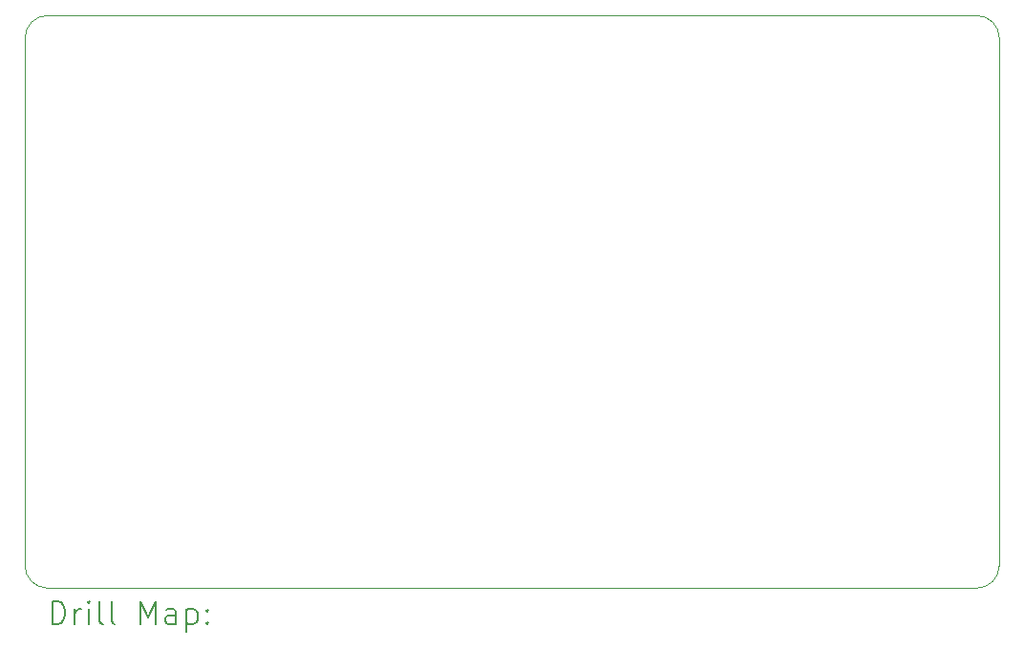
<source format=gbr>
%TF.GenerationSoftware,KiCad,Pcbnew,7.0.1*%
%TF.CreationDate,2023-04-09T16:17:11+09:00*%
%TF.ProjectId,RS232_Converter,52533233-325f-4436-9f6e-766572746572,rev?*%
%TF.SameCoordinates,Original*%
%TF.FileFunction,Drillmap*%
%TF.FilePolarity,Positive*%
%FSLAX45Y45*%
G04 Gerber Fmt 4.5, Leading zero omitted, Abs format (unit mm)*
G04 Created by KiCad (PCBNEW 7.0.1) date 2023-04-09 16:17:11*
%MOMM*%
%LPD*%
G01*
G04 APERTURE LIST*
%ADD10C,0.100000*%
%ADD11C,0.200000*%
G04 APERTURE END LIST*
D10*
X10160000Y-12500000D02*
G75*
G03*
X10360000Y-12700000I200000J0D01*
G01*
X10160000Y-12500000D02*
X10160000Y-7820000D01*
X18596000Y-12700000D02*
X10360000Y-12700000D01*
X18796000Y-7820000D02*
X18796000Y-12500000D01*
X10360000Y-7620000D02*
X18596000Y-7620000D01*
X10360000Y-7620000D02*
G75*
G03*
X10160000Y-7820000I0J-200000D01*
G01*
X18796000Y-7820000D02*
G75*
G03*
X18596000Y-7620000I-200000J0D01*
G01*
X18596000Y-12700000D02*
G75*
G03*
X18796000Y-12500000I0J200000D01*
G01*
D11*
X10402619Y-13017524D02*
X10402619Y-12817524D01*
X10402619Y-12817524D02*
X10450238Y-12817524D01*
X10450238Y-12817524D02*
X10478810Y-12827048D01*
X10478810Y-12827048D02*
X10497857Y-12846095D01*
X10497857Y-12846095D02*
X10507381Y-12865143D01*
X10507381Y-12865143D02*
X10516905Y-12903238D01*
X10516905Y-12903238D02*
X10516905Y-12931809D01*
X10516905Y-12931809D02*
X10507381Y-12969905D01*
X10507381Y-12969905D02*
X10497857Y-12988952D01*
X10497857Y-12988952D02*
X10478810Y-13008000D01*
X10478810Y-13008000D02*
X10450238Y-13017524D01*
X10450238Y-13017524D02*
X10402619Y-13017524D01*
X10602619Y-13017524D02*
X10602619Y-12884190D01*
X10602619Y-12922286D02*
X10612143Y-12903238D01*
X10612143Y-12903238D02*
X10621667Y-12893714D01*
X10621667Y-12893714D02*
X10640714Y-12884190D01*
X10640714Y-12884190D02*
X10659762Y-12884190D01*
X10726429Y-13017524D02*
X10726429Y-12884190D01*
X10726429Y-12817524D02*
X10716905Y-12827048D01*
X10716905Y-12827048D02*
X10726429Y-12836571D01*
X10726429Y-12836571D02*
X10735952Y-12827048D01*
X10735952Y-12827048D02*
X10726429Y-12817524D01*
X10726429Y-12817524D02*
X10726429Y-12836571D01*
X10850238Y-13017524D02*
X10831190Y-13008000D01*
X10831190Y-13008000D02*
X10821667Y-12988952D01*
X10821667Y-12988952D02*
X10821667Y-12817524D01*
X10955000Y-13017524D02*
X10935952Y-13008000D01*
X10935952Y-13008000D02*
X10926429Y-12988952D01*
X10926429Y-12988952D02*
X10926429Y-12817524D01*
X11183571Y-13017524D02*
X11183571Y-12817524D01*
X11183571Y-12817524D02*
X11250238Y-12960381D01*
X11250238Y-12960381D02*
X11316905Y-12817524D01*
X11316905Y-12817524D02*
X11316905Y-13017524D01*
X11497857Y-13017524D02*
X11497857Y-12912762D01*
X11497857Y-12912762D02*
X11488333Y-12893714D01*
X11488333Y-12893714D02*
X11469286Y-12884190D01*
X11469286Y-12884190D02*
X11431190Y-12884190D01*
X11431190Y-12884190D02*
X11412143Y-12893714D01*
X11497857Y-13008000D02*
X11478809Y-13017524D01*
X11478809Y-13017524D02*
X11431190Y-13017524D01*
X11431190Y-13017524D02*
X11412143Y-13008000D01*
X11412143Y-13008000D02*
X11402619Y-12988952D01*
X11402619Y-12988952D02*
X11402619Y-12969905D01*
X11402619Y-12969905D02*
X11412143Y-12950857D01*
X11412143Y-12950857D02*
X11431190Y-12941333D01*
X11431190Y-12941333D02*
X11478809Y-12941333D01*
X11478809Y-12941333D02*
X11497857Y-12931809D01*
X11593095Y-12884190D02*
X11593095Y-13084190D01*
X11593095Y-12893714D02*
X11612143Y-12884190D01*
X11612143Y-12884190D02*
X11650238Y-12884190D01*
X11650238Y-12884190D02*
X11669286Y-12893714D01*
X11669286Y-12893714D02*
X11678809Y-12903238D01*
X11678809Y-12903238D02*
X11688333Y-12922286D01*
X11688333Y-12922286D02*
X11688333Y-12979428D01*
X11688333Y-12979428D02*
X11678809Y-12998476D01*
X11678809Y-12998476D02*
X11669286Y-13008000D01*
X11669286Y-13008000D02*
X11650238Y-13017524D01*
X11650238Y-13017524D02*
X11612143Y-13017524D01*
X11612143Y-13017524D02*
X11593095Y-13008000D01*
X11774048Y-12998476D02*
X11783571Y-13008000D01*
X11783571Y-13008000D02*
X11774048Y-13017524D01*
X11774048Y-13017524D02*
X11764524Y-13008000D01*
X11764524Y-13008000D02*
X11774048Y-12998476D01*
X11774048Y-12998476D02*
X11774048Y-13017524D01*
X11774048Y-12893714D02*
X11783571Y-12903238D01*
X11783571Y-12903238D02*
X11774048Y-12912762D01*
X11774048Y-12912762D02*
X11764524Y-12903238D01*
X11764524Y-12903238D02*
X11774048Y-12893714D01*
X11774048Y-12893714D02*
X11774048Y-12912762D01*
M02*

</source>
